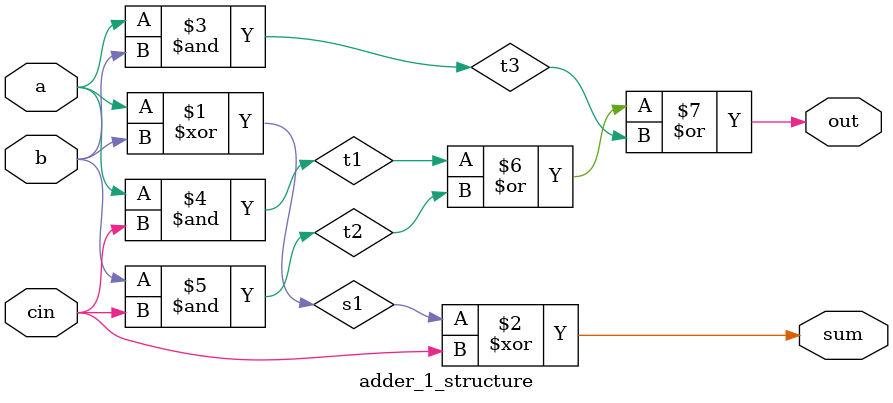
<source format=v>
module adder_1_structure(a,b,cin,sum,out);
  
  input a,b,cin;
  output sum,out;
  
  wire s1,t1,t2,t3;
  
  xor x1(s1,a,b),
      x2(sum,s1,cin);
  
  and a1(t3,a,b),
      a2(t1,a,cin),
      a3(t2,b,cin);
      
  or o1(out,t1,t2,t3);
  
  
  
endmodule


</source>
